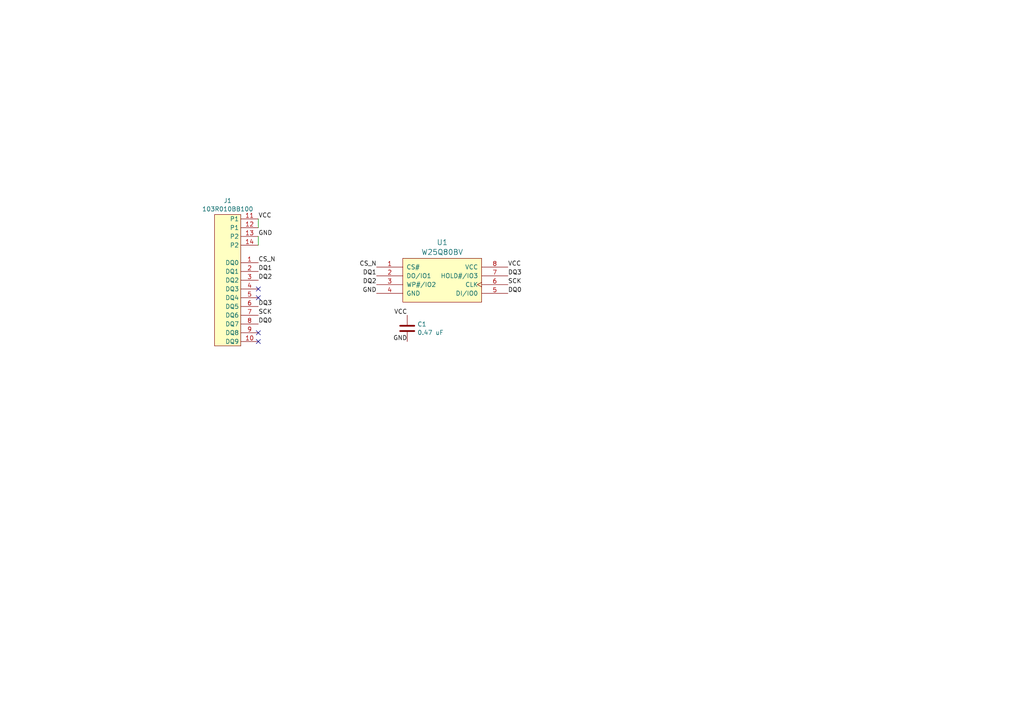
<source format=kicad_sch>
(kicad_sch (version 20231120) (generator "eeschema") (generator_version "8.0")
  (paper "A4")
  (lib_symbols
    (symbol "device:C" (pin_numbers hide) (pin_names (offset 0.254))
      (property "Reference" "C" (at 0.635 2.54 0))
      (property "Value" "C" (at 0.635 -2.54 0))
      (symbol "C_0_1"
        (polyline (pts (xy -2.032 -0.762) (xy 2.032 -0.762)) (stroke (width 0.508)))
        (polyline (pts (xy -2.032 0.762) (xy 2.032 0.762)) (stroke (width 0.508)))
      )
      (symbol "C_1_1"
        (pin passive line (at 0 3.81 270) (length 2.794) (name "~") (number "1"))
        (pin passive line (at 0 -3.81 90) (length 2.794) (name "~") (number "2"))
      )
    )
    (symbol "memory-azonenberg:W25Q80BV" (pin_names (offset 1.016))
      (property "Reference" "U" (at 0 -1.27 0))
      (property "Value" "W25Q80BV" (at 0 -3.81 0))
      (symbol "W25Q80BV_0_1"
        (rectangle (start -11.43 12.7) (end 11.43 0) (fill (type background)))
      )
      (symbol "W25Q80BV_1_1"
        (pin input line (at -19.05 10.16 0) (length 7.62) (name "CS#") (number "1"))
        (pin bidirectional line (at -19.05 7.62 0) (length 7.62) (name "DO/IO1") (number "2"))
        (pin bidirectional line (at -19.05 5.08 0) (length 7.62) (name "WP#/IO2") (number "3"))
        (pin power_in line (at -19.05 2.54 0) (length 7.62) (name "GND") (number "4"))
        (pin bidirectional line (at 19.05 2.54 180) (length 7.62) (name "DI/IO0") (number "5"))
        (pin input clock (at 19.05 5.08 180) (length 7.62) (name "CLK") (number "6"))
        (pin bidirectional line (at 19.05 7.62 180) (length 7.62) (name "HOLD#/IO3") (number "7"))
        (pin power_in line (at 19.05 10.16 180) (length 7.62) (name "VCC") (number "8"))
      )
    )
    (symbol "special-azonenberg:CONN_AMPHENOL_103R010BB100_PWROUT"
      (property "Reference" "J" (at 0 -3.048 0))
      (property "Value" "103R010BB100" (at 0 -1.27 0))
      (symbol "CONN_AMPHENOL_103R010BB100_PWROUT_1_1"
        (rectangle (start 0 38.1) (end 7.62 0) (fill (type background)))
        (pin bidirectional line (at -5.08 24.13 0) (length 5.08) (name "DQ0") (number "1"))
        (pin bidirectional line (at -5.08 1.27 0) (length 5.08) (name "DQ9") (number "10"))
        (pin power_out line (at -5.08 36.83 0) (length 5.08) (name "P1") (number "11"))
        (pin power_in line (at -5.08 34.29 0) (length 5.08) (name "P1") (number "12"))
        (pin power_out line (at -5.08 31.75 0) (length 5.08) (name "P2") (number "13"))
        (pin power_in line (at -5.08 29.21 0) (length 5.08) (name "P2") (number "14"))
        (pin bidirectional line (at -5.08 21.59 0) (length 5.08) (name "DQ1") (number "2"))
        (pin bidirectional line (at -5.08 19.05 0) (length 5.08) (name "DQ2") (number "3"))
        (pin bidirectional line (at -5.08 16.51 0) (length 5.08) (name "DQ3") (number "4"))
        (pin bidirectional line (at -5.08 13.97 0) (length 5.08) (name "DQ4") (number "5"))
        (pin bidirectional line (at -5.08 11.43 0) (length 5.08) (name "DQ5") (number "6"))
        (pin bidirectional line (at -5.08 8.89 0) (length 5.08) (name "DQ6") (number "7"))
        (pin bidirectional line (at -5.08 6.35 0) (length 5.08) (name "DQ7") (number "8"))
        (pin bidirectional line (at -5.08 3.81 0) (length 5.08) (name "DQ8") (number "9"))
      )
    )
  )
  (no_connect (at 74.93 86.36))
  (no_connect (at 74.93 83.82))
  (no_connect (at 74.93 96.52))
  (no_connect (at 74.93 99.06))
  (wire (pts (xy 74.93 63.5) (xy 74.93 66.04)))
  (wire (pts (xy 74.93 68.58) (xy 74.93 71.12)))
  (label "VCC" (at 147.32 77.47 0))
  (label "DQ3" (at 74.93 88.9 0))
  (label "DQ1" (at 109.22 80.01 180))
  (label "DQ0" (at 74.93 93.98 0))
  (label "CS_N" (at 74.93 76.2 0))
  (label "GND" (at 118.11 99.06 180))
  (label "GND" (at 109.22 85.09 180))
  (label "CS_N" (at 109.22 77.47 180))
  (label "DQ0" (at 147.32 85.09 0))
  (label "DQ2" (at 109.22 82.55 180))
  (label "DQ1" (at 74.93 78.74 0))
  (label "VCC" (at 74.93 63.5 0))
  (label "SCK" (at 74.93 91.44 0))
  (label "VCC" (at 118.11 91.44 180))
  (label "DQ3" (at 147.32 80.01 0))
  (label "SCK" (at 147.32 82.55 0))
  (label "GND" (at 74.93 68.58 0))
  (label "DQ2" (at 74.93 81.28 0))
  (symbol (lib_id "device:C") (at 118.11 95.25 0) (unit 1)
    (property "Reference" "C1" (at 121.031 94.0378 0) (effects (justify left)))
    (property "Value" "0.47 uF" (at 121.031 96.4621 0) (effects (justify left)))
    (property "Footprint" "azonenberg_pcb:EIA_0402_CAP_NOSILK" (effects (hide yes)))
    (property "Description" "Unpolarized capacitor" (effects (hide yes)))
  )
  (symbol (lib_id "memory-azonenberg:W25Q80BV") (at 128.27 87.63 0) (unit 1)
    (property "Reference" "U1" (at 128.27 70.2996 0) (effects (font (size 1.524 1.524))))
    (property "Value" "W25Q80BV" (at 128.27 73.1325 0) (effects (font (size 1.524 1.524))))
    (property "Footprint" "azonenberg_pcb:DFN_8_0.5MM_2x3MM_TALL" (effects (hide yes)))
  )
  (symbol (lib_id "special-azonenberg:CONN_AMPHENOL_103R010BB100_PWROUT") (at 69.85 100.33 0) (mirror y) (unit 1)
    (property "Reference" "J1" (at 66.04 58.2125 0))
    (property "Value" "103R010BB100" (at 66.04 60.6368 0))
    (property "Footprint" "azonenberg_pcb:CONN_AMPHENOL_103R010BB100" (effects (hide yes)))
  )
)
</source>
